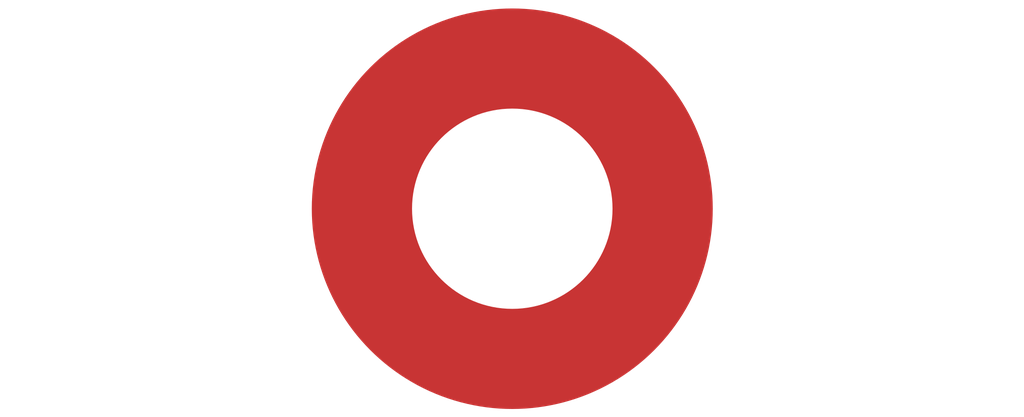
<source format=kicad_pcb>
(kicad_pcb (version 20240108) (generator pcbnew)
  (layers (0 "F.Cu" signal) (31 "B.Cu" signal) (34 "B.Paste" user) (35 "F.Paste" user) (36 "B.SilkS" user "B.Silkscreen") (37 "F.SilkS" user "F.Silkscreen") (38 "B.Mask" user) (39 "F.Mask" user) (44 "Edge.Cuts" user))
  (net 0 "")
  (footprint "MountingHole_6.5mm_Pad_TopOnly" (layer "F.Cu") (at 0 0)
    (property "Reference" "REF**")
    (property "Value" "MountingHole_6.5mm_Pad_TopOnly")
    (pad "1" thru_hole circle (at 0 0) (size 6.9 6.9) (drill 6.5) (layers *.Cu *.Mask) (remove_unused_layers))
    (pad "1" connect circle (at 0 0) (size 13 13) (layers "F.Cu" "F.Mask"))
  )
)
</source>
